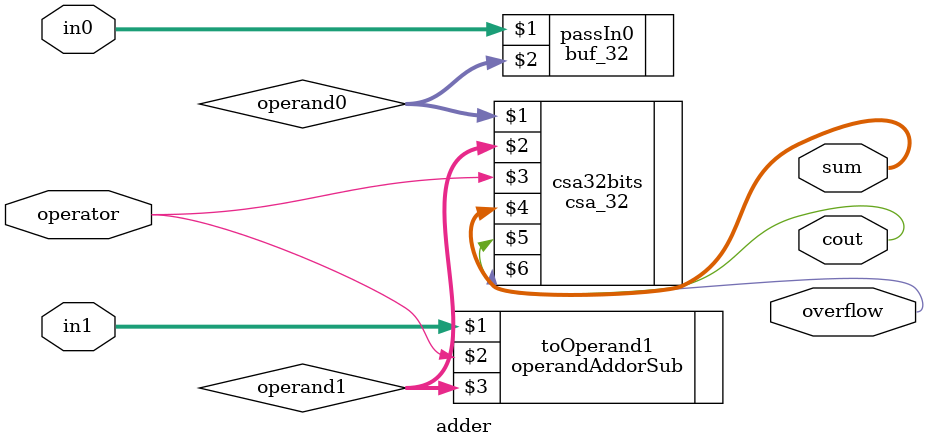
<source format=v>
module adder(in0, in1, operator, sum, cout, overflow);	
	
	input [31:0] in0, in1;
	
	// operator input, 0 for add, 1 for sub
	input operator;
	
	output [31:0] sum;
	output cout, overflow;
	
	wire [31:0] operand0, operand1;	
	
	buf_32 passIn0(in0, operand0);
	operandAddorSub toOperand1(in1, operator, operand1);	
	
	// calculate, a + b or a + b's 1's complement
	csa_32 csa32bits(operand0, operand1, operator, sum, cout, overflow);	
	
endmodule
	
	
</source>
